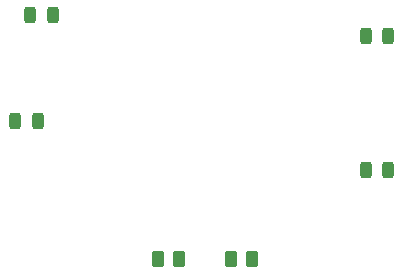
<source format=gbr>
%TF.GenerationSoftware,KiCad,Pcbnew,(6.0.5)*%
%TF.CreationDate,2022-07-11T11:07:48-06:00*%
%TF.ProjectId,MiniMageSpells,4d696e69-4d61-4676-9553-70656c6c732e,1.0*%
%TF.SameCoordinates,PX6e486c0PY7ba4d50*%
%TF.FileFunction,Paste,Bot*%
%TF.FilePolarity,Positive*%
%FSLAX46Y46*%
G04 Gerber Fmt 4.6, Leading zero omitted, Abs format (unit mm)*
G04 Created by KiCad (PCBNEW (6.0.5)) date 2022-07-11 11:07:48*
%MOMM*%
%LPD*%
G01*
G04 APERTURE LIST*
G04 Aperture macros list*
%AMRoundRect*
0 Rectangle with rounded corners*
0 $1 Rounding radius*
0 $2 $3 $4 $5 $6 $7 $8 $9 X,Y pos of 4 corners*
0 Add a 4 corners polygon primitive as box body*
4,1,4,$2,$3,$4,$5,$6,$7,$8,$9,$2,$3,0*
0 Add four circle primitives for the rounded corners*
1,1,$1+$1,$2,$3*
1,1,$1+$1,$4,$5*
1,1,$1+$1,$6,$7*
1,1,$1+$1,$8,$9*
0 Add four rect primitives between the rounded corners*
20,1,$1+$1,$2,$3,$4,$5,0*
20,1,$1+$1,$4,$5,$6,$7,0*
20,1,$1+$1,$6,$7,$8,$9,0*
20,1,$1+$1,$8,$9,$2,$3,0*%
G04 Aperture macros list end*
%ADD10RoundRect,0.250000X0.262500X0.450000X-0.262500X0.450000X-0.262500X-0.450000X0.262500X-0.450000X0*%
%ADD11RoundRect,0.250000X-0.262500X-0.450000X0.262500X-0.450000X0.262500X0.450000X-0.262500X0.450000X0*%
%ADD12RoundRect,0.243750X0.243750X0.456250X-0.243750X0.456250X-0.243750X-0.456250X0.243750X-0.456250X0*%
G04 APERTURE END LIST*
D10*
%TO.C,R2*%
X16847062Y22690380D03*
X15022062Y22690380D03*
%TD*%
D11*
%TO.C,R1*%
X21232062Y22670380D03*
X23057062Y22670380D03*
%TD*%
D12*
%TO.C,D4*%
X6132062Y43380380D03*
X4257062Y43380380D03*
%TD*%
%TO.C,D3*%
X4862062Y34340380D03*
X2987062Y34340380D03*
%TD*%
%TO.C,D2*%
X34512062Y30220380D03*
X32637062Y30220380D03*
%TD*%
%TO.C,D1*%
X34532062Y41530380D03*
X32657062Y41530380D03*
%TD*%
M02*

</source>
